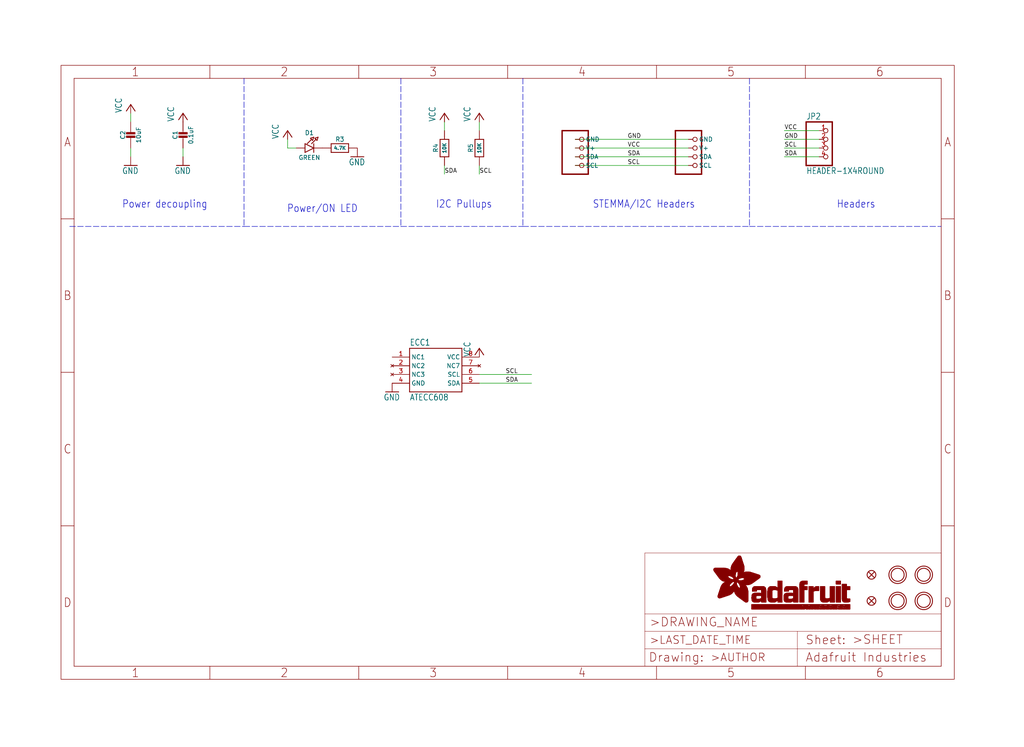
<source format=kicad_sch>
(kicad_sch (version 20211123) (generator eeschema)
  (paper "User" 298.45 217.881)
  (lib_symbols
    (symbol "schematicEagle-eagle-import:ATECC108"
      (property "Reference" "ECC" (at -7.62 5.842 0))
      (property "Value" "ATECC108" (at -7.62 -10.16 0))
      (symbol "ATECC108_1_0"
        (pin bidirectional line (at -12.7 2.54 0) (length 5.08) (name "NC1") (number "1"))
        (pin no_connect line (at -12.7 0 0) (length 5.08) (name "NC2") (number "2"))
        (pin no_connect line (at -12.7 -2.54 0) (length 5.08) (name "NC3") (number "3"))
        (pin power_in line (at -12.7 -5.08 0) (length 5.08) (name "GND") (number "4"))
        (pin bidirectional line (at 12.7 -5.08 180) (length 5.08) (name "SDA") (number "5"))
        (pin bidirectional line (at 12.7 -2.54 180) (length 5.08) (name "SCL") (number "6"))
        (pin no_connect line (at 12.7 0 180) (length 5.08) (name "NC7") (number "7"))
        (pin power_in line (at 12.7 2.54 180) (length 5.08) (name "VCC") (number "8"))
      )
    )
    (symbol "schematicEagle-eagle-import:CAP_CERAMIC0603_NO"
      (property "Reference" "C" (at -2.29 1.25 90))
      (property "Value" "CAP_CERAMIC0603_NO" (at 2.3 1.25 90))
      (symbol "CAP_CERAMIC0603_NO_1_0"
        (pin passive line (at 0 5.08 270) (length 2.54) (name "1") (number "1"))
        (pin passive line (at 0 -2.54 90) (length 2.54) (name "2") (number "2"))
      )
    )
    (symbol "schematicEagle-eagle-import:CAP_CERAMIC0805-NOOUTLINE"
      (property "Reference" "C" (at -2.29 1.25 90))
      (property "Value" "CAP_CERAMIC0805-NOOUTLINE" (at 2.3 1.25 90))
      (symbol "CAP_CERAMIC0805-NOOUTLINE_1_0"
        (pin passive line (at 0 5.08 270) (length 2.54) (name "1") (number "1"))
        (pin passive line (at 0 -2.54 90) (length 2.54) (name "2") (number "2"))
      )
    )
    (symbol "schematicEagle-eagle-import:FIDUCIAL_1MM")
    (symbol "schematicEagle-eagle-import:FRAME_A4_ADAFRUIT"
      (symbol "FRAME_A4_ADAFRUIT_0_0"
        (text "1" (at 21.6958 1.905 0) (effects (font (size 2.54 2.286))))
        (text "1" (at 21.6958 177.165 0) (effects (font (size 2.54 2.286))))
        (text "2" (at 65.0875 1.905 0) (effects (font (size 2.54 2.286))))
        (text "2" (at 65.0875 177.165 0) (effects (font (size 2.54 2.286))))
        (text "3" (at 108.4792 1.905 0) (effects (font (size 2.54 2.286))))
        (text "3" (at 108.4792 177.165 0) (effects (font (size 2.54 2.286))))
        (text "4" (at 151.8708 1.905 0) (effects (font (size 2.54 2.286))))
        (text "4" (at 151.8708 177.165 0) (effects (font (size 2.54 2.286))))
        (text "5" (at 195.2625 1.905 0) (effects (font (size 2.54 2.286))))
        (text "5" (at 195.2625 177.165 0) (effects (font (size 2.54 2.286))))
        (text "6" (at 238.6542 1.905 0) (effects (font (size 2.54 2.286))))
        (text "6" (at 238.6542 177.165 0) (effects (font (size 2.54 2.286))))
        (text "A" (at 1.905 156.6863 0) (effects (font (size 2.54 2.286))))
        (text "A" (at 258.445 156.6863 0) (effects (font (size 2.54 2.286))))
        (text "B" (at 1.905 111.9188 0) (effects (font (size 2.54 2.286))))
        (text "B" (at 258.445 111.9188 0) (effects (font (size 2.54 2.286))))
        (text "C" (at 1.905 67.1513 0) (effects (font (size 2.54 2.286))))
        (text "C" (at 258.445 67.1513 0) (effects (font (size 2.54 2.286))))
        (text "D" (at 1.905 22.3838 0) (effects (font (size 2.54 2.286))))
        (text "D" (at 258.445 22.3838 0) (effects (font (size 2.54 2.286))))
      )
      (symbol "FRAME_A4_ADAFRUIT_1_0"
        (text ">AUTHOR" (at 189.23 5.08 0) (effects (font (size 2.286 2.286)) (justify left bottom)))
        (text ">DRAWING_NAME" (at 171.45 15.24 0) (effects (font (size 2.54 2.54)) (justify left bottom)))
        (text ">LAST_DATE_TIME" (at 171.45 10.16 0) (effects (font (size 2.286 2.286)) (justify left bottom)))
        (text ">SHEET" (at 230.505 10.16 0) (effects (font (size 2.54 2.54)) (justify left bottom)))
        (text "Adafruit Industries" (at 216.916 4.953 0) (effects (font (size 2.54 2.54)) (justify left bottom)))
        (text "Drawing:" (at 171.196 4.953 0) (effects (font (size 2.54 2.54)) (justify left bottom)))
        (text "Sheet:" (at 216.916 10.033 0) (effects (font (size 2.54 2.54)) (justify left bottom)))
      )
    )
    (symbol "schematicEagle-eagle-import:GND" (power)
      (property "Value" "GND" (at -2.54 -2.54 0))
      (symbol "GND_1_0"
        (pin power_in line (at 0 2.54 270) (length 2.54) (name "GND") (number "1"))
      )
    )
    (symbol "schematicEagle-eagle-import:HEADER-1X4ROUND"
      (property "Reference" "JP" (at -6.35 8.255 0))
      (property "Value" "HEADER-1X4ROUND" (at -6.35 -7.62 0))
      (symbol "HEADER-1X4ROUND_1_0"
        (pin passive inverted (at -2.54 5.08 0) (length 2.54) (name "1") (number "1"))
        (pin passive inverted (at -2.54 2.54 0) (length 2.54) (name "2") (number "2"))
        (pin passive inverted (at -2.54 0 0) (length 2.54) (name "3") (number "3"))
        (pin passive inverted (at -2.54 -2.54 0) (length 2.54) (name "4") (number "4"))
      )
    )
    (symbol "schematicEagle-eagle-import:LED0603_NOOUTLINE"
      (property "Reference" "D" (at -1.27 4.445 0))
      (property "Value" "LED0603_NOOUTLINE" (at -1.27 -2.794 0))
      (symbol "LED0603_NOOUTLINE_1_0"
        (pin passive line (at -5.08 0 0) (length 2.54) (name "A") (number "A"))
        (pin passive line (at 2.54 0 180) (length 2.54) (name "C") (number "C"))
      )
    )
    (symbol "schematicEagle-eagle-import:MOUNTINGHOLE2.5")
    (symbol "schematicEagle-eagle-import:RESISTOR_0603_NOOUT"
      (property "Reference" "R" (at 0 2.54 0))
      (property "Value" "RESISTOR_0603_NOOUT" (at 0 0 0))
      (symbol "RESISTOR_0603_NOOUT_1_0"
        (pin passive line (at -5.08 0 0) (length 2.54) (name "1") (number "1"))
        (pin passive line (at 5.08 0 180) (length 2.54) (name "2") (number "2"))
      )
    )
    (symbol "schematicEagle-eagle-import:STEMMA_I2C_QT"
      (symbol "STEMMA_I2C_QT_1_0"
        (pin passive inverted (at 0 5.08 0) (length 2.54) (name "GND") (number "1"))
        (pin passive inverted (at 0 2.54 0) (length 2.54) (name "V+") (number "2"))
        (pin passive inverted (at 0 0 0) (length 2.54) (name "SDA") (number "3"))
        (pin passive inverted (at 0 -2.54 0) (length 2.54) (name "SCL") (number "4"))
      )
      (symbol "STEMMA_I2C_QT_2_0"
        (pin bidirectional line (at 0 0 0) (length 5.08) (name "MT") (number "MT1"))
      )
      (symbol "STEMMA_I2C_QT_3_0"
        (pin bidirectional line (at 0 0 0) (length 5.08) (name "MT") (number "MT2"))
      )
    )
    (symbol "schematicEagle-eagle-import:VCC" (power)
      (property "Value" "VCC" (at -2.54 -2.54 90))
      (symbol "VCC_1_0"
        (pin power_in line (at 0 -2.54 90) (length 2.54) (name "VCC") (number "1"))
      )
    )
  )
  (wire (pts (xy 238.76 43.18) (xy 228.6 43.18)))
  (wire (pts (xy 200.66 40.64) (xy 167.64 40.64)))
  (polyline (pts (xy 71.12 66.04) (xy 116.84 66.04)))
  (wire (pts (xy 139.7 38.1) (xy 139.7 35.56)))
  (polyline (pts (xy 20.32 66.04) (xy 71.12 66.04)))
  (wire (pts (xy 129.54 38.1) (xy 129.54 35.56)))
  (wire (pts (xy 139.7 111.76) (xy 154.94 111.76)))
  (polyline (pts (xy 116.84 22.86) (xy 116.84 66.04)))
  (wire (pts (xy 38.1 43.18) (xy 38.1 45.72)))
  (wire (pts (xy 129.54 50.8) (xy 129.54 48.26)))
  (wire (pts (xy 167.64 48.26) (xy 200.66 48.26)))
  (polyline (pts (xy 218.44 66.04) (xy 274.32 66.04)))
  (wire (pts (xy 53.34 43.18) (xy 53.34 45.72)))
  (wire (pts (xy 139.7 50.8) (xy 139.7 48.26)))
  (wire (pts (xy 167.64 43.18) (xy 200.66 43.18)))
  (wire (pts (xy 38.1 35.56) (xy 38.1 33.02)))
  (wire (pts (xy 83.82 43.18) (xy 83.82 40.64)))
  (polyline (pts (xy 152.4 22.86) (xy 152.4 66.04)))
  (wire (pts (xy 86.36 43.18) (xy 83.82 43.18)))
  (wire (pts (xy 238.76 38.1) (xy 228.6 38.1)))
  (polyline (pts (xy 71.12 22.86) (xy 71.12 66.04)))
  (wire (pts (xy 139.7 109.22) (xy 154.94 109.22)))
  (polyline (pts (xy 218.44 22.86) (xy 218.44 66.04)))
  (wire (pts (xy 238.76 40.64) (xy 228.6 40.64)))
  (polyline (pts (xy 116.84 66.04) (xy 152.4 66.04)))
  (wire (pts (xy 238.76 45.72) (xy 228.6 45.72)))
  (polyline (pts (xy 152.4 66.04) (xy 218.44 66.04)))
  (wire (pts (xy 200.66 45.72) (xy 167.64 45.72)))
  (text "Power decoupling" (at 35.56 60.96 180) (effects (font (size 2.1844 1.8567)) (justify left bottom)))
  (text "I2C Pullups" (at 127 60.96 180) (effects (font (size 2.1844 1.8567)) (justify left bottom)))
  (text "Power/ON LED" (at 93.98 60.96 180) (effects (font (size 2.1844 1.8567))))
  (text "STEMMA/I2C Headers" (at 172.72 60.96 180) (effects (font (size 2.1844 1.8567)) (justify left bottom)))
  (text "Headers" (at 243.84 60.96 180) (effects (font (size 2.1844 1.8567)) (justify left bottom)))
  (label "SDA" (at 147.32 111.76 0) (effects (font (size 1.2446 1.2446))))
  (label "GND" (at 228.6 40.64 0) (effects (font (size 1.2446 1.2446))))
  (label "VCC" (at 182.88 43.18 0) (effects (font (size 1.2446 1.2446))))
  (label "SCL" (at 147.32 109.22 0) (effects (font (size 1.2446 1.2446))))
  (label "SCL" (at 139.7 50.8 0) (effects (font (size 1.2446 1.2446))))
  (label "SDA" (at 129.54 50.8 0) (effects (font (size 1.2446 1.2446))))
  (label "SCL" (at 228.6 43.18 0) (effects (font (size 1.2446 1.2446))))
  (label "SCL" (at 182.88 48.26 0) (effects (font (size 1.2446 1.2446))))
  (label "VCC" (at 228.6 38.1 0) (effects (font (size 1.2446 1.2446))))
  (label "SDA" (at 228.6 45.72 0) (effects (font (size 1.2446 1.2446))))
  (label "GND" (at 182.88 40.64 0) (effects (font (size 1.2446 1.2446))))
  (label "SDA" (at 182.88 45.72 0) (effects (font (size 1.2446 1.2446))))
  (symbol (lib_id "schematicEagle-eagle-import:VCC") (at 139.7 33.02 0) (unit 1)
    (property "Reference" "#P+1" (effects hide))
    (property "Value" "VCC" (at 137.16 35.56 90) (effects (font (size 1.778 1.5113)) (justify left bottom)))
    (property "Footprint" "schematicEagle:" (effects hide))
  )
  (symbol (lib_id "schematicEagle-eagle-import:CAP_CERAMIC0603_NO") (at 53.34 40.64 0) (unit 1)
    (property "Reference" "C1" (at 51.05 39.39 90))
    (property "Value" "0.1uF" (at 55.64 39.39 90))
    (property "Footprint" "schematicEagle:0603-NO" (effects hide))
  )
  (symbol (lib_id "schematicEagle-eagle-import:GND") (at 53.34 48.26 0) (unit 1)
    (property "Reference" "#GND3" (effects hide))
    (property "Value" "GND" (at 50.8 50.8 0) (effects (font (size 1.778 1.5113)) (justify left bottom)))
    (property "Footprint" "schematicEagle:" (effects hide))
  )
  (symbol (lib_id "schematicEagle-eagle-import:FIDUCIAL_1MM") (at 254 175.26 0) (unit 1)
    (property "Reference" "FID3" (effects hide))
    (property "Value" "FIDUCIAL_1MM" (effects hide))
    (property "Footprint" "schematicEagle:FIDUCIAL_1MM" (effects hide))
  )
  (symbol (lib_id "schematicEagle-eagle-import:HEADER-1X4ROUND") (at 241.3 43.18 0) (unit 1)
    (property "Reference" "JP2" (at 234.95 34.925 0) (effects (font (size 1.778 1.5113)) (justify left bottom)))
    (property "Value" "HEADER-1X4ROUND" (at 234.95 50.8 0) (effects (font (size 1.778 1.5113)) (justify left bottom)))
    (property "Footprint" "schematicEagle:1X04_ROUND" (effects hide))
  )
  (symbol (lib_id "schematicEagle-eagle-import:GND") (at 38.1 48.26 0) (unit 1)
    (property "Reference" "#GND4" (effects hide))
    (property "Value" "GND" (at 35.56 50.8 0) (effects (font (size 1.778 1.5113)) (justify left bottom)))
    (property "Footprint" "schematicEagle:" (effects hide))
  )
  (symbol (lib_id "schematicEagle-eagle-import:RESISTOR_0603_NOOUT") (at 139.7 43.18 90) (unit 1)
    (property "Reference" "R5" (at 137.16 43.18 0))
    (property "Value" "10K" (at 139.7 43.18 0) (effects (font (size 1.016 1.016) bold)))
    (property "Footprint" "schematicEagle:0603-NO" (effects hide))
  )
  (symbol (lib_id "schematicEagle-eagle-import:GND") (at 114.3 114.3 0) (unit 1)
    (property "Reference" "#GND6" (effects hide))
    (property "Value" "GND" (at 111.76 116.84 0) (effects (font (size 1.778 1.5113)) (justify left bottom)))
    (property "Footprint" "schematicEagle:" (effects hide))
  )
  (symbol (lib_id "schematicEagle-eagle-import:MOUNTINGHOLE2.5") (at 261.62 175.26 0) (unit 1)
    (property "Reference" "U$11" (effects hide))
    (property "Value" "MOUNTINGHOLE2.5" (effects hide))
    (property "Footprint" "schematicEagle:MOUNTINGHOLE_2.5_PLATED" (effects hide))
  )
  (symbol (lib_id "schematicEagle-eagle-import:VCC") (at 38.1 30.48 0) (unit 1)
    (property "Reference" "#P+4" (effects hide))
    (property "Value" "VCC" (at 35.56 33.02 90) (effects (font (size 1.778 1.5113)) (justify left bottom)))
    (property "Footprint" "schematicEagle:" (effects hide))
  )
  (symbol (lib_id "schematicEagle-eagle-import:CAP_CERAMIC0805-NOOUTLINE") (at 38.1 40.64 0) (unit 1)
    (property "Reference" "C2" (at 35.81 39.39 90))
    (property "Value" "10uF" (at 40.4 39.39 90))
    (property "Footprint" "schematicEagle:0805-NO" (effects hide))
  )
  (symbol (lib_id "schematicEagle-eagle-import:MOUNTINGHOLE2.5") (at 261.62 167.64 0) (unit 1)
    (property "Reference" "U$12" (effects hide))
    (property "Value" "MOUNTINGHOLE2.5" (effects hide))
    (property "Footprint" "schematicEagle:MOUNTINGHOLE_2.5_PLATED" (effects hide))
  )
  (symbol (lib_id "schematicEagle-eagle-import:VCC") (at 83.82 38.1 0) (unit 1)
    (property "Reference" "#P+5" (effects hide))
    (property "Value" "VCC" (at 81.28 40.64 90) (effects (font (size 1.778 1.5113)) (justify left bottom)))
    (property "Footprint" "schematicEagle:" (effects hide))
  )
  (symbol (lib_id "schematicEagle-eagle-import:VCC") (at 53.34 33.02 0) (unit 1)
    (property "Reference" "#P+3" (effects hide))
    (property "Value" "VCC" (at 50.8 35.56 90) (effects (font (size 1.778 1.5113)) (justify left bottom)))
    (property "Footprint" "schematicEagle:" (effects hide))
  )
  (symbol (lib_id "schematicEagle-eagle-import:LED0603_NOOUTLINE") (at 91.44 43.18 0) (unit 1)
    (property "Reference" "D1" (at 90.17 38.735 0))
    (property "Value" "GREEN" (at 90.17 45.974 0))
    (property "Footprint" "schematicEagle:CHIPLED_0603_NOOUTLINE" (effects hide))
  )
  (symbol (lib_id "schematicEagle-eagle-import:GND") (at 104.14 45.72 0) (unit 1)
    (property "Reference" "#GND9" (effects hide))
    (property "Value" "GND" (at 101.6 48.26 0) (effects (font (size 1.778 1.5113)) (justify left bottom)))
    (property "Footprint" "schematicEagle:" (effects hide))
  )
  (symbol (lib_id "schematicEagle-eagle-import:RESISTOR_0603_NOOUT") (at 129.54 43.18 90) (unit 1)
    (property "Reference" "R4" (at 127 43.18 0))
    (property "Value" "10K" (at 129.54 43.18 0) (effects (font (size 1.016 1.016) bold)))
    (property "Footprint" "schematicEagle:0603-NO" (effects hide))
  )
  (symbol (lib_id "schematicEagle-eagle-import:VCC") (at 139.7 101.6 0) (unit 1)
    (property "Reference" "#P+6" (effects hide))
    (property "Value" "VCC" (at 137.16 104.14 90) (effects (font (size 1.778 1.5113)) (justify left bottom)))
    (property "Footprint" "schematicEagle:" (effects hide))
  )
  (symbol (lib_id "schematicEagle-eagle-import:STEMMA_I2C_QT") (at 167.64 45.72 0) (unit 1)
    (property "Reference" "CONN3" (effects hide))
    (property "Value" "STEMMA_I2C_QT" (effects hide))
    (property "Footprint" "schematicEagle:JST_SH4" (effects hide))
  )
  (symbol (lib_id "schematicEagle-eagle-import:MOUNTINGHOLE2.5") (at 269.24 175.26 0) (unit 1)
    (property "Reference" "U$15" (effects hide))
    (property "Value" "MOUNTINGHOLE2.5" (effects hide))
    (property "Footprint" "schematicEagle:MOUNTINGHOLE_2.5_PLATED" (effects hide))
  )
  (symbol (lib_id "schematicEagle-eagle-import:MOUNTINGHOLE2.5") (at 269.24 167.64 0) (unit 1)
    (property "Reference" "U$14" (effects hide))
    (property "Value" "MOUNTINGHOLE2.5" (effects hide))
    (property "Footprint" "schematicEagle:MOUNTINGHOLE_2.5_PLATED" (effects hide))
  )
  (symbol (lib_id "schematicEagle-eagle-import:FRAME_A4_ADAFRUIT") (at 17.78 198.12 0) (unit 1)
    (property "Reference" "#U$13" (effects hide))
    (property "Value" "FRAME_A4_ADAFRUIT" (effects hide))
    (property "Footprint" "schematicEagle:" (effects hide))
  )
  (symbol (lib_id "schematicEagle-eagle-import:FIDUCIAL_1MM") (at 254 167.64 0) (unit 1)
    (property "Reference" "FID4" (effects hide))
    (property "Value" "FIDUCIAL_1MM" (effects hide))
    (property "Footprint" "schematicEagle:FIDUCIAL_1MM" (effects hide))
  )
  (symbol (lib_id "schematicEagle-eagle-import:ATECC108") (at 127 106.68 0) (unit 1)
    (property "Reference" "ECC1" (at 119.38 100.838 0) (effects (font (size 1.778 1.5113)) (justify left bottom)))
    (property "Value" "ATECC608" (at 119.38 116.84 0) (effects (font (size 1.778 1.5113)) (justify left bottom)))
    (property "Footprint" "schematicEagle:SOIC8" (effects hide))
  )
  (symbol (lib_id "schematicEagle-eagle-import:VCC") (at 129.54 33.02 0) (unit 1)
    (property "Reference" "#P+2" (effects hide))
    (property "Value" "VCC" (at 127 35.56 90) (effects (font (size 1.778 1.5113)) (justify left bottom)))
    (property "Footprint" "schematicEagle:" (effects hide))
  )
  (symbol (lib_id "schematicEagle-eagle-import:RESISTOR_0603_NOOUT") (at 99.06 43.18 0) (unit 1)
    (property "Reference" "R3" (at 99.06 40.64 0))
    (property "Value" "4.7K" (at 99.06 43.18 0) (effects (font (size 1.016 1.016) bold)))
    (property "Footprint" "schematicEagle:0603-NO" (effects hide))
  )
  (symbol (lib_id "schematicEagle-eagle-import:STEMMA_I2C_QT") (at 200.66 45.72 0) (unit 1)
    (property "Reference" "CONN4" (effects hide))
    (property "Value" "STEMMA_I2C_QT" (effects hide))
    (property "Footprint" "schematicEagle:JST_SH4" (effects hide))
  )
)
</source>
